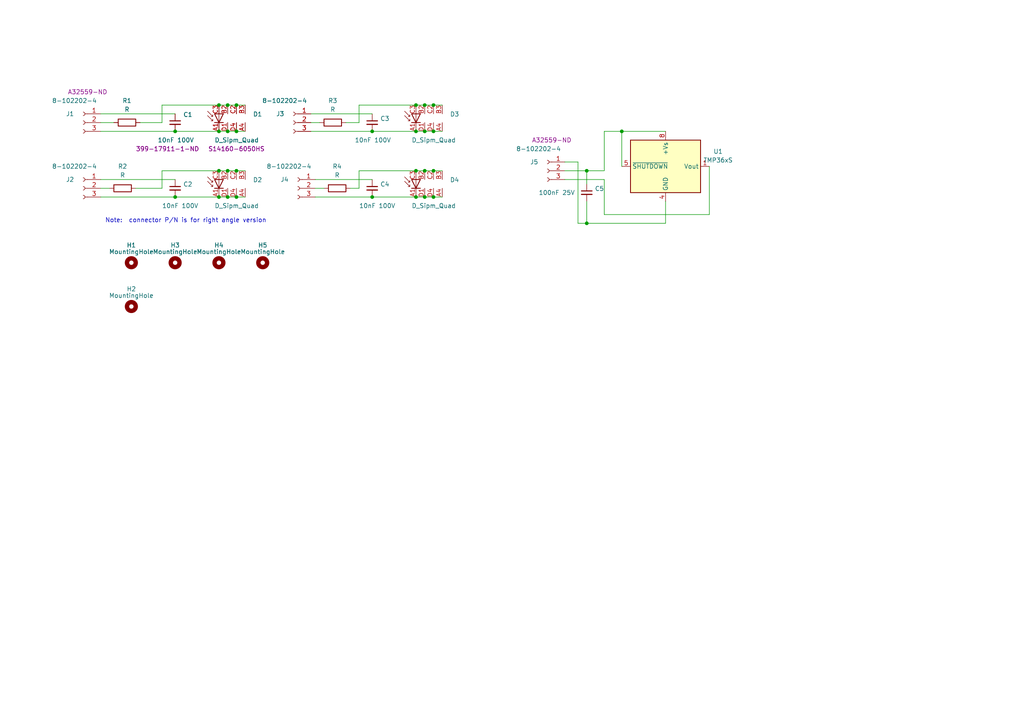
<source format=kicad_sch>
(kicad_sch (version 20230121) (generator eeschema)
  (paper "A4")
  (lib_symbols
    (symbol "Connector:Conn_01x03_Female" (pin_names (offset 1.016) hide)
      (property "Reference" "J" (at 0 5.08 0))
      (property "Value" "Conn_01x03_Female" (at 0 -5.08 0))
      (symbol "Conn_01x03_Female_1_1"
        (arc (start 0 -2.032) (mid -0.5058 -2.54) (end 0 -3.048) (stroke (width 0.1524)))
        (polyline (pts (xy -1.27 -2.54) (xy -0.508 -2.54)) (stroke (width 0.1524)))
        (polyline (pts (xy -1.27 0) (xy -0.508 0)) (stroke (width 0.1524)))
        (polyline (pts (xy -1.27 2.54) (xy -0.508 2.54)) (stroke (width 0.1524)))
        (arc (start 0 0.508) (mid -0.5058 0) (end 0 -0.508) (stroke (width 0.1524)))
        (arc (start 0 3.048) (mid -0.5058 2.54) (end 0 2.032) (stroke (width 0.1524)))
        (pin passive line (at -5.08 2.54 0) (length 3.81) (name "Pin_1") (number "1"))
        (pin passive line (at -5.08 0 0) (length 3.81) (name "Pin_2") (number "2"))
        (pin passive line (at -5.08 -2.54 0) (length 3.81) (name "Pin_3") (number "3"))
      )
    )
    (symbol "Device:C_Small" (pin_numbers hide) (pin_names (offset 0.254) hide)
      (property "Reference" "C" (at 0.254 1.778 0))
      (property "Value" "C_Small" (at 0.254 -2.032 0))
      (symbol "C_Small_0_1"
        (polyline (pts (xy -1.524 -0.508) (xy 1.524 -0.508)) (stroke (width 0.3302)))
        (polyline (pts (xy -1.524 0.508) (xy 1.524 0.508)) (stroke (width 0.3048)))
      )
      (symbol "C_Small_1_1"
        (pin passive line (at 0 2.54 270) (length 2.032) (name "~") (number "1"))
        (pin passive line (at 0 -2.54 90) (length 2.032) (name "~") (number "2"))
      )
    )
    (symbol "Device:R" (pin_numbers hide) (pin_names (offset 0))
      (property "Reference" "R" (at 2.032 0 90))
      (property "Value" "R" (at 0 0 90))
      (symbol "R_0_1"
        (rectangle (start -1.016 -2.54) (end 1.016 2.54) (stroke (width 0.254)))
      )
      (symbol "R_1_1"
        (pin passive line (at 0 3.81 270) (length 1.27) (name "~") (number "1"))
        (pin passive line (at 0 -3.81 90) (length 1.27) (name "~") (number "2"))
      )
    )
    (symbol "Mechanical:MountingHole" (pin_names (offset 1.016))
      (property "Reference" "H" (at 0 5.08 0))
      (property "Value" "MountingHole" (at 0 3.175 0))
      (symbol "MountingHole_0_1"
        (circle (center 0 0) (radius 1.27) (stroke (width 1.27)))
      )
    )
    (symbol "Sensor_Temperature:TMP36xS"
      (property "Reference" "U" (at -8.89 8.89 0))
      (property "Value" "TMP36xS" (at 6.35 -8.89 0))
      (symbol "TMP36xS_0_1"
        (rectangle (start -10.16 7.62) (end 10.16 -7.62) (stroke (width 0.254)) (fill (type background)))
      )
      (symbol "TMP36xS_1_1"
        (pin output line (at 12.7 0 180) (length 2.54) (name "Vout") (number "1"))
        (pin power_in line (at 0 -10.16 90) (length 2.54) (name "GND") (number "4"))
        (pin input line (at -12.7 0 0) (length 2.54) (name "~{SHUTDOWN}") (number "5"))
        (pin power_in line (at 0 10.16 270) (length 2.54) (name "+Vs") (number "8"))
      )
    )
    (symbol "quad_sipm-rescue:D_Sipm_Quad-quad_sipm_symbols" (pin_names hide)
      (property "Reference" "D" (at 1.27 10.16 0))
      (property "Value" "D_Sipm_Quad-quad_sipm_symbols" (at 7.62 7.62 0))
      (symbol "D_Sipm_Quad-quad_sipm_symbols_0_1"
        (polyline (pts (xy -2.54 1.27) (xy -2.54 -1.27)) (stroke (width 0.254)))
        (polyline (pts (xy -2.032 1.778) (xy -1.524 1.778)))
        (polyline (pts (xy 0 0) (xy -2.54 0)))
        (polyline (pts (xy -0.508 3.302) (xy -2.032 1.778) (xy -2.032 2.286)))
        (polyline (pts (xy 0 -1.27) (xy 0 1.27) (xy -2.54 0) (xy 0 -1.27)) (stroke (width 0.254)))
        (polyline (pts (xy 0.762 3.302) (xy -0.762 1.778) (xy -0.762 2.286) (xy -0.762 1.778) (xy -0.254 1.778)))
      )
      (symbol "D_Sipm_Quad-quad_sipm_symbols_1_1"
        (pin passive line (at -5.08 0 0) (length 2.54) (name "K") (number "A1"))
        (pin passive line (at -5.08 -7.62 0) (length 2.54) (name "K") (number "A4"))
        (pin passive line (at 2.54 -2.54 180) (length 2.54) (name "A") (number "B2"))
        (pin passive line (at 2.54 -7.62 180) (length 2.54) (name "A") (number "B3"))
        (pin passive line (at 2.54 -5.08 180) (length 2.54) (name "A") (number "C2"))
        (pin passive line (at 2.54 0 180) (length 2.54) (name "A") (number "C3"))
        (pin passive line (at -5.08 -2.54 0) (length 2.54) (name "K") (number "D1"))
        (pin passive line (at -5.08 -5.08 0) (length 2.54) (name "K") (number "D4"))
      )
    )
  )
  (junction (at 63.5 57.15))
  (junction (at 68.58 49.53))
  (junction (at 120.65 57.15))
  (junction (at 123.19 57.15))
  (junction (at 120.65 38.1))
  (junction (at 170.18 49.53))
  (junction (at 125.73 30.48))
  (junction (at 125.73 49.53))
  (junction (at 66.04 38.1))
  (junction (at 125.73 38.1))
  (junction (at 125.73 57.15))
  (junction (at 68.58 38.1))
  (junction (at 63.5 30.48))
  (junction (at 123.19 30.48))
  (junction (at 66.04 57.15))
  (junction (at 68.58 57.15))
  (junction (at 120.65 30.48))
  (junction (at 123.19 49.53))
  (junction (at 63.5 38.1))
  (junction (at 68.58 30.48))
  (junction (at 123.19 38.1))
  (junction (at 66.04 49.53))
  (junction (at 180.34 38.1))
  (junction (at 66.04 30.48))
  (junction (at 50.8 38.1))
  (junction (at 107.95 38.1))
  (junction (at 120.65 49.53))
  (junction (at 63.5 49.53))
  (junction (at 170.18 64.77))
  (junction (at 107.95 57.15))
  (junction (at 50.8 57.15))
  (wire (pts (xy 125.73 57.15) (xy 128.27 57.15)))
  (wire (pts (xy 175.26 52.07) (xy 175.26 62.23)))
  (wire (pts (xy 163.83 49.53) (xy 170.18 49.53)))
  (wire (pts (xy 46.99 54.61) (xy 46.99 49.53)))
  (wire (pts (xy 29.21 57.15) (xy 50.8 57.15)))
  (wire (pts (xy 170.18 53.34) (xy 170.18 49.53)))
  (wire (pts (xy 123.19 38.1) (xy 125.73 38.1)))
  (wire (pts (xy 180.34 48.26) (xy 180.34 38.1)))
  (wire (pts (xy 107.95 57.15) (xy 120.65 57.15)))
  (wire (pts (xy 46.99 49.53) (xy 63.5 49.53)))
  (wire (pts (xy 29.21 54.61) (xy 31.75 54.61)))
  (wire (pts (xy 39.37 54.61) (xy 46.99 54.61)))
  (wire (pts (xy 104.14 35.56) (xy 104.14 30.48)))
  (wire (pts (xy 90.17 35.56) (xy 92.71 35.56)))
  (wire (pts (xy 63.5 49.53) (xy 66.04 49.53)))
  (wire (pts (xy 125.73 30.48) (xy 128.27 30.48)))
  (wire (pts (xy 104.14 54.61) (xy 104.14 49.53)))
  (wire (pts (xy 175.26 49.53) (xy 175.26 38.1)))
  (wire (pts (xy 104.14 49.53) (xy 120.65 49.53)))
  (wire (pts (xy 120.65 57.15) (xy 123.19 57.15)))
  (wire (pts (xy 123.19 57.15) (xy 125.73 57.15)))
  (wire (pts (xy 120.65 49.53) (xy 123.19 49.53)))
  (wire (pts (xy 163.83 52.07) (xy 175.26 52.07)))
  (wire (pts (xy 66.04 49.53) (xy 68.58 49.53)))
  (wire (pts (xy 63.5 38.1) (xy 66.04 38.1)))
  (wire (pts (xy 167.64 46.99) (xy 167.64 64.77)))
  (wire (pts (xy 91.44 54.61) (xy 93.98 54.61)))
  (wire (pts (xy 46.99 30.48) (xy 63.5 30.48)))
  (wire (pts (xy 180.34 38.1) (xy 193.04 38.1)))
  (wire (pts (xy 90.17 38.1) (xy 107.95 38.1)))
  (wire (pts (xy 50.8 38.1) (xy 63.5 38.1)))
  (wire (pts (xy 123.19 30.48) (xy 125.73 30.48)))
  (wire (pts (xy 100.33 35.56) (xy 104.14 35.56)))
  (wire (pts (xy 167.64 64.77) (xy 170.18 64.77)))
  (wire (pts (xy 66.04 57.15) (xy 68.58 57.15)))
  (wire (pts (xy 101.6 54.61) (xy 104.14 54.61)))
  (wire (pts (xy 205.74 62.23) (xy 205.74 48.26)))
  (wire (pts (xy 91.44 57.15) (xy 107.95 57.15)))
  (wire (pts (xy 66.04 30.48) (xy 68.58 30.48)))
  (wire (pts (xy 125.73 49.53) (xy 128.27 49.53)))
  (wire (pts (xy 170.18 64.77) (xy 193.04 64.77)))
  (wire (pts (xy 123.19 49.53) (xy 125.73 49.53)))
  (wire (pts (xy 107.95 33.02) (xy 90.17 33.02)))
  (wire (pts (xy 40.64 35.56) (xy 46.99 35.56)))
  (wire (pts (xy 29.21 35.56) (xy 33.02 35.56)))
  (wire (pts (xy 107.95 52.07) (xy 91.44 52.07)))
  (wire (pts (xy 68.58 57.15) (xy 71.12 57.15)))
  (wire (pts (xy 29.21 33.02) (xy 50.8 33.02)))
  (wire (pts (xy 104.14 30.48) (xy 120.65 30.48)))
  (wire (pts (xy 175.26 62.23) (xy 205.74 62.23)))
  (wire (pts (xy 170.18 49.53) (xy 175.26 49.53)))
  (wire (pts (xy 63.5 57.15) (xy 66.04 57.15)))
  (wire (pts (xy 175.26 38.1) (xy 180.34 38.1)))
  (wire (pts (xy 66.04 38.1) (xy 68.58 38.1)))
  (wire (pts (xy 50.8 57.15) (xy 63.5 57.15)))
  (wire (pts (xy 63.5 30.48) (xy 66.04 30.48)))
  (wire (pts (xy 170.18 58.42) (xy 170.18 64.77)))
  (wire (pts (xy 68.58 49.53) (xy 71.12 49.53)))
  (wire (pts (xy 29.21 52.07) (xy 50.8 52.07)))
  (wire (pts (xy 68.58 30.48) (xy 71.12 30.48)))
  (wire (pts (xy 107.95 38.1) (xy 120.65 38.1)))
  (wire (pts (xy 163.83 46.99) (xy 167.64 46.99)))
  (wire (pts (xy 46.99 35.56) (xy 46.99 30.48)))
  (wire (pts (xy 120.65 30.48) (xy 123.19 30.48)))
  (wire (pts (xy 125.73 38.1) (xy 128.27 38.1)))
  (wire (pts (xy 68.58 38.1) (xy 71.12 38.1)))
  (wire (pts (xy 120.65 38.1) (xy 123.19 38.1)))
  (wire (pts (xy 193.04 64.77) (xy 193.04 58.42)))
  (wire (pts (xy 29.21 38.1) (xy 50.8 38.1)))
  (text "Note:  connector P/N is for right angle version\n" (at 30.48 64.77 0) (effects (font (size 1.27 1.27)) (justify left bottom)))
  (symbol (lib_id "Connector:Conn_01x03_Female") (at 24.13 35.56 0) (mirror y) (unit 1)
    (property "Reference" "J1" (at 20.32 33.02 0))
    (property "Value" "8-102202-4" (at 21.59 29.21 0))
    (property "Footprint" "Connector_PinHeader_2.54mm:PinHeader_1x03_P2.54mm_Vertical" (effects hide))
    (property "DigiKey" "A32559-ND" (at 25.4 26.67 0))
  )
  (symbol (lib_id "Device:C_Small") (at 50.8 35.56 0) (unit 1)
    (property "Reference" "C1" (at 53.1368 33.2486 0) (effects (justify left)))
    (property "Value" "10nF 100V" (at 45.72 40.64 0) (effects (justify left)))
    (property "Footprint" "Capacitor_SMD:C_1206_3216Metric_Pad1.33x1.80mm_HandSolder" (effects hide))
    (property "DigiKey" "399-17911-1-ND" (at 39.37 43.18 0) (effects (justify left)))
  )
  (symbol (lib_id "Connector:Conn_01x03_Female") (at 85.09 35.56 0) (mirror y) (unit 1)
    (property "Reference" "J3" (at 81.28 33.02 0))
    (property "Value" "8-102202-4" (at 82.55 29.21 0))
    (property "Footprint" "Connector_PinHeader_2.54mm:PinHeader_1x03_P2.54mm_Vertical" (effects hide))
    (property "DigiKey" "A32559-ND" (effects hide))
  )
  (symbol (lib_id "Device:C_Small") (at 107.95 35.56 0) (unit 1)
    (property "Reference" "C3" (at 110.2868 34.3916 0) (effects (justify left)))
    (property "Value" "10nF 100V" (at 102.87 40.64 0) (effects (justify left)))
    (property "Footprint" "Capacitor_SMD:C_1206_3216Metric_Pad1.33x1.80mm_HandSolder" (effects hide))
    (property "DigiKey" "399-17911-1-ND" (effects hide))
  )
  (symbol (lib_id "Connector:Conn_01x03_Female") (at 24.13 54.61 0) (mirror y) (unit 1)
    (property "Reference" "J2" (at 20.32 52.07 0))
    (property "Value" "8-102202-4" (at 21.59 48.26 0))
    (property "Footprint" "Connector_PinHeader_2.54mm:PinHeader_1x03_P2.54mm_Vertical" (effects hide))
    (property "DigiKey" "A32559-ND" (effects hide))
  )
  (symbol (lib_id "Device:C_Small") (at 50.8 54.61 0) (unit 1)
    (property "Reference" "C2" (at 53.1368 53.4416 0) (effects (justify left)))
    (property "Value" "10nF 100V" (at 46.99 59.69 0) (effects (justify left)))
    (property "Footprint" "Capacitor_SMD:C_1206_3216Metric_Pad1.33x1.80mm_HandSolder" (effects hide))
    (property "DigiKey" "399-17911-1-ND" (effects hide))
  )
  (symbol (lib_id "Connector:Conn_01x03_Female") (at 86.36 54.61 0) (mirror y) (unit 1)
    (property "Reference" "J4" (at 82.55 52.07 0))
    (property "Value" "8-102202-4" (at 83.82 48.26 0))
    (property "Footprint" "Connector_PinHeader_2.54mm:PinHeader_1x03_P2.54mm_Vertical" (effects hide))
    (property "DigiKey" "A32559-ND" (effects hide))
  )
  (symbol (lib_id "Device:C_Small") (at 107.95 54.61 0) (unit 1)
    (property "Reference" "C4" (at 110.2868 53.4416 0) (effects (justify left)))
    (property "Value" "10nF 100V" (at 104.14 59.69 0) (effects (justify left)))
    (property "Footprint" "Capacitor_SMD:C_1206_3216Metric_Pad1.33x1.80mm_HandSolder" (effects hide))
    (property "DigiKey" "399-17911-1-ND" (effects hide))
  )
  (symbol (lib_id "Mechanical:MountingHole") (at 38.1 76.2 0) (unit 1)
    (property "Reference" "H1" (at 38.1 71.12 0))
    (property "Value" "MountingHole" (at 38.1 73.025 0))
    (property "Footprint" "quad_sipm:MountingHole_6.4_pad" (effects hide))
  )
  (symbol (lib_id "Mechanical:MountingHole") (at 50.8 76.2 0) (unit 1)
    (property "Reference" "H3" (at 50.8 71.12 0))
    (property "Value" "MountingHole" (at 50.8 73.025 0))
    (property "Footprint" "quad_sipm:MountingHole_6.4_pad" (effects hide))
  )
  (symbol (lib_id "Mechanical:MountingHole") (at 63.5 76.2 0) (unit 1)
    (property "Reference" "H4" (at 63.5 71.12 0))
    (property "Value" "MountingHole" (at 63.5 73.025 0))
    (property "Footprint" "quad_sipm:MountingHole_6.4_pad" (effects hide))
  )
  (symbol (lib_id "Mechanical:MountingHole") (at 76.2 76.2 0) (unit 1)
    (property "Reference" "H5" (at 76.2 71.12 0))
    (property "Value" "MountingHole" (at 76.2 73.025 0))
    (property "Footprint" "quad_sipm:MountingHole_6.4_pad" (effects hide))
  )
  (symbol (lib_id "Mechanical:MountingHole") (at 38.1 88.9 0) (unit 1)
    (property "Reference" "H2" (at 38.1 83.82 0))
    (property "Value" "MountingHole" (at 38.1 85.725 0))
    (property "Footprint" "quad_sipm:MountingHole_8.4mm_M8_Pad" (effects hide))
  )
  (symbol (lib_id "quad_sipm-rescue:D_Sipm_Quad-quad_sipm_symbols") (at 120.65 33.02 90) (unit 1)
    (property "Reference" "D3" (at 130.5052 33.1216 90) (effects (justify right)))
    (property "Value" "D_Sipm_Quad" (at 119.38 40.64 90) (effects (justify right)))
    (property "Footprint" "quad_sipm:sipm_6x6_bga_SMD" (effects hide))
    (property "MfgNo" "S14160-6050HS" (effects hide))
  )
  (symbol (lib_id "quad_sipm-rescue:D_Sipm_Quad-quad_sipm_symbols") (at 120.65 52.07 90) (unit 1)
    (property "Reference" "D4" (at 130.5052 52.1716 90) (effects (justify right)))
    (property "Value" "D_Sipm_Quad" (at 119.38 59.69 90) (effects (justify right)))
    (property "Footprint" "quad_sipm:sipm_6x6_bga_SMD" (effects hide))
    (property "MfgNo" "S14160-6050HS" (effects hide))
  )
  (symbol (lib_id "quad_sipm-rescue:D_Sipm_Quad-quad_sipm_symbols") (at 63.5 33.02 90) (unit 1)
    (property "Reference" "D1" (at 73.3552 33.1216 90) (effects (justify right)))
    (property "Value" "D_Sipm_Quad" (at 62.23 40.64 90) (effects (justify right)))
    (property "Footprint" "quad_sipm:sipm_6x6_bga_SMD" (effects hide))
    (property "MfgNo" "S14160-6050HS" (at 68.58 43.18 90))
  )
  (symbol (lib_id "quad_sipm-rescue:D_Sipm_Quad-quad_sipm_symbols") (at 63.5 52.07 90) (unit 1)
    (property "Reference" "D2" (at 73.3552 52.1716 90) (effects (justify right)))
    (property "Value" "D_Sipm_Quad" (at 62.23 59.69 90) (effects (justify right)))
    (property "Footprint" "quad_sipm:sipm_6x6_bga_SMD" (effects hide))
    (property "MfgNo" "S14160-6050HS" (effects hide))
  )
  (symbol (lib_id "Sensor_Temperature:TMP36xS") (at 193.04 48.26 0) (unit 1)
    (property "Reference" "U1" (at 208.28 43.9293 0))
    (property "Value" "TMP36xS" (at 208.28 46.4693 0))
    (property "Footprint" "Package_SO:SOIC-8_3.9x4.9mm_P1.27mm" (effects hide))
    (property "Datasheet" "https://www.analog.com/media/en/technical-documentation/data-sheets/TMP35_36_37.pdf" (effects hide))
  )
  (symbol (lib_id "Connector:Conn_01x03_Female") (at 158.75 49.53 0) (mirror y) (unit 1)
    (property "Reference" "J5" (at 154.94 46.99 0))
    (property "Value" "8-102202-4" (at 156.21 43.18 0))
    (property "Footprint" "Connector_PinHeader_2.54mm:PinHeader_1x03_P2.54mm_Vertical" (effects hide))
    (property "DigiKey" "A32559-ND" (at 160.02 40.64 0))
  )
  (symbol (lib_id "Device:R") (at 35.56 54.61 270) (unit 1)
    (property "Reference" "R2" (at 35.56 48.26 90))
    (property "Value" "R" (at 35.56 50.8 90))
    (property "Footprint" "Resistor_SMD:1206_VIS-L" (effects hide))
  )
  (symbol (lib_id "Device:R") (at 96.52 35.56 90) (unit 1)
    (property "Reference" "R3" (at 96.52 29.21 90))
    (property "Value" "R" (at 96.52 31.75 90))
    (property "Footprint" "Resistor_SMD:1206_VIS-L" (effects hide))
  )
  (symbol (lib_id "Device:C_Small") (at 170.18 55.88 0) (unit 1)
    (property "Reference" "C5" (at 172.5168 54.7116 0) (effects (justify left)))
    (property "Value" "100nF 25V" (at 156.21 55.88 0) (effects (justify left)))
    (property "Footprint" "Capacitor_SMD:C_1206_3216Metric_Pad1.33x1.80mm_HandSolder" (effects hide))
    (property "DigiKey" "399-C1206C104F3GECAUTOCT-ND" (effects hide))
  )
  (symbol (lib_id "Device:R") (at 36.83 35.56 270) (unit 1)
    (property "Reference" "R1" (at 36.83 29.21 90))
    (property "Value" "R" (at 36.83 31.75 90))
    (property "Footprint" "Resistor_SMD:1206_VIS-L" (effects hide))
  )
  (symbol (lib_id "Device:R") (at 97.79 54.61 270) (unit 1)
    (property "Reference" "R4" (at 97.79 48.26 90))
    (property "Value" "R" (at 97.79 50.8 90))
    (property "Footprint" "Resistor_SMD:1206_VIS-L" (effects hide))
  )
)
</source>
